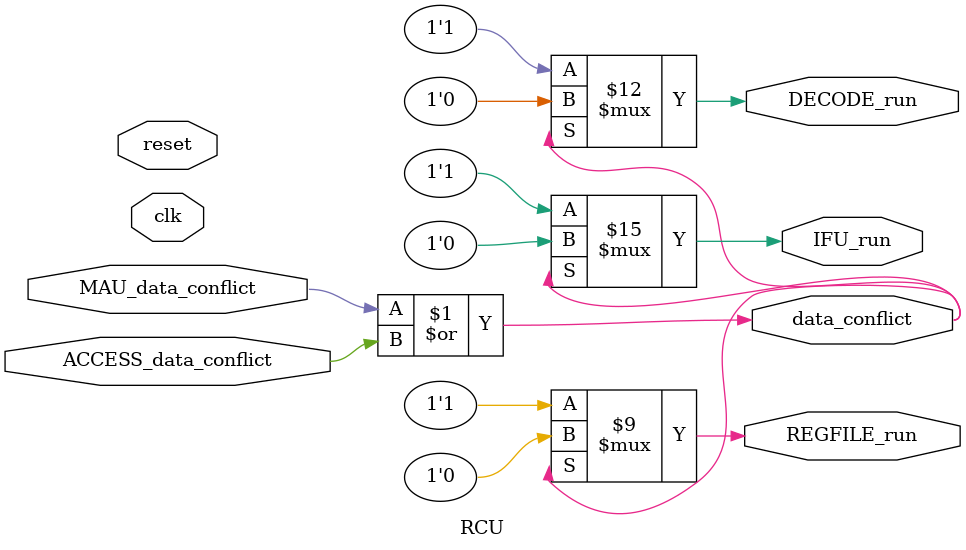
<source format=v>
module RCU( //run control unit
input MAU_data_conflict,
input ACCESS_data_conflict,
input clk,
input reset,
output reg IFU_run,
output reg DECODE_run,
output reg REGFILE_run,
output data_conflict
);

assign data_conflict = MAU_data_conflict|ACCESS_data_conflict;

always@(*)begin
	if(data_conflict == 1'b1)begin
		IFU_run = 1'b0;
	end
	else begin
		IFU_run = 1'b1;
	end
end

always@(*)begin
	if(data_conflict == 1'b1)begin
		DECODE_run = 1'b0;
	end
	else begin
		DECODE_run = 1'b1;
	end
end

always@(*)begin
	if(data_conflict == 1'b1)begin
		REGFILE_run = 1'b0;
	end
	else begin
		REGFILE_run = 1'b1;
	end
end


endmodule

</source>
